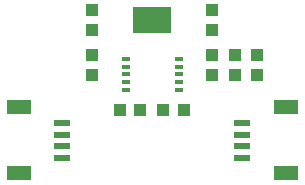
<source format=gtp>
G75*
%MOIN*%
%OFA0B0*%
%FSLAX25Y25*%
%IPPOS*%
%LPD*%
%AMOC8*
5,1,8,0,0,1.08239X$1,22.5*
%
%ADD10R,0.03937X0.04331*%
%ADD11R,0.13000X0.08800*%
%ADD12R,0.07874X0.04724*%
%ADD13R,0.05315X0.02362*%
%ADD14R,0.04331X0.03937*%
%ADD15R,0.02756X0.01496*%
D10*
X0193333Y0338054D03*
X0193333Y0344746D03*
X0193333Y0353054D03*
X0193333Y0359746D03*
X0233333Y0359746D03*
X0233333Y0353054D03*
X0233333Y0344746D03*
X0233333Y0338054D03*
X0240833Y0338054D03*
X0240833Y0344746D03*
X0248333Y0344746D03*
X0248333Y0338054D03*
D11*
X0213333Y0356400D03*
D12*
X0168865Y0305376D03*
X0168865Y0327424D03*
X0257802Y0327424D03*
X0257802Y0305376D03*
D13*
X0243333Y0310494D03*
X0243333Y0314431D03*
X0243333Y0318369D03*
X0243333Y0322306D03*
X0183333Y0322306D03*
X0183333Y0318369D03*
X0183333Y0314431D03*
X0183333Y0310494D03*
D14*
X0202487Y0326400D03*
X0209180Y0326400D03*
X0216987Y0326400D03*
X0223680Y0326400D03*
D15*
X0222093Y0333282D03*
X0222093Y0335841D03*
X0222093Y0338400D03*
X0222093Y0340959D03*
X0222093Y0343518D03*
X0204573Y0343518D03*
X0204573Y0340959D03*
X0204573Y0338400D03*
X0204573Y0335841D03*
X0204573Y0333282D03*
M02*

</source>
